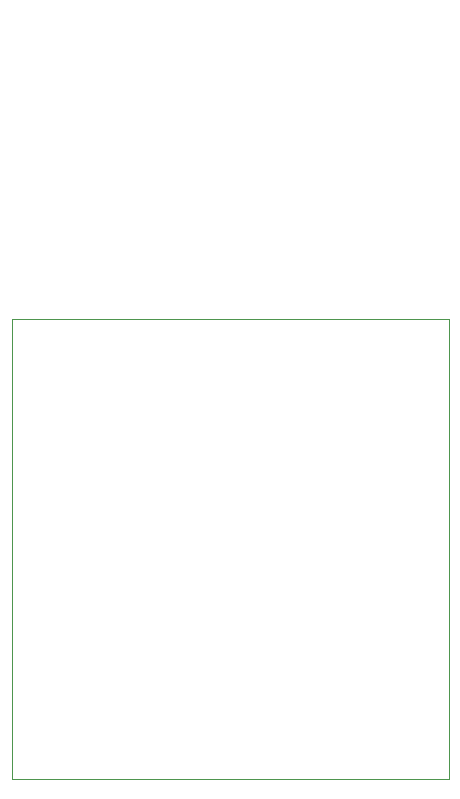
<source format=gko>
G04*
G04 #@! TF.GenerationSoftware,Altium Limited,Altium Designer,20.0.13 (296)*
G04*
G04 Layer_Color=16711935*
%FSLAX25Y25*%
%MOIN*%
G70*
G01*
G75*
%ADD32C,0.00394*%
G36*
X380000Y450000D02*
D01*
D02*
G37*
D32*
X366142Y350000D02*
X511811D01*
X366142Y196601D02*
Y350000D01*
X366107Y196601D02*
X511811D01*
X511811D02*
X511811Y350000D01*
M02*

</source>
